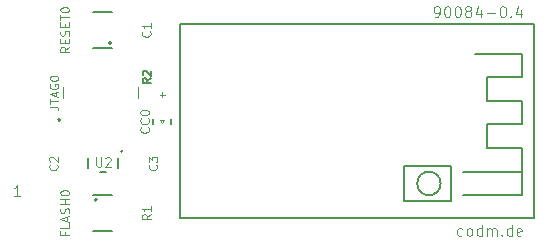
<source format=gbr>
G04 #@! TF.GenerationSoftware,KiCad,Pcbnew,9.0.1*
G04 #@! TF.CreationDate,2025-11-05T13:06:52+03:00*
G04 #@! TF.ProjectId,rpi-cc2652p-uart,7270692d-6363-4323-9635-32702d756172,rev?*
G04 #@! TF.SameCoordinates,Original*
G04 #@! TF.FileFunction,Legend,Top*
G04 #@! TF.FilePolarity,Positive*
%FSLAX46Y46*%
G04 Gerber Fmt 4.6, Leading zero omitted, Abs format (unit mm)*
G04 Created by KiCad (PCBNEW 9.0.1) date 2025-11-05 13:06:52*
%MOMM*%
%LPD*%
G01*
G04 APERTURE LIST*
%ADD10C,0.081280*%
%ADD11C,0.029911*%
%ADD12C,0.074778*%
%ADD13C,0.093472*%
%ADD14C,0.059822*%
%ADD15C,0.127500*%
%ADD16C,0.068000*%
%ADD17C,0.048768*%
%ADD18C,0.203200*%
%ADD19C,0.127000*%
%ADD20C,0.200000*%
%ADD21C,0.100000*%
G04 APERTURE END LIST*
D10*
X163280842Y-96181792D02*
X163458884Y-96181792D01*
X163458884Y-96181792D02*
X163547905Y-96137282D01*
X163547905Y-96137282D02*
X163592416Y-96092771D01*
X163592416Y-96092771D02*
X163681437Y-95959240D01*
X163681437Y-95959240D02*
X163725947Y-95781198D01*
X163725947Y-95781198D02*
X163725947Y-95425114D01*
X163725947Y-95425114D02*
X163681437Y-95336093D01*
X163681437Y-95336093D02*
X163636926Y-95291582D01*
X163636926Y-95291582D02*
X163547905Y-95247072D01*
X163547905Y-95247072D02*
X163369863Y-95247072D01*
X163369863Y-95247072D02*
X163280842Y-95291582D01*
X163280842Y-95291582D02*
X163236332Y-95336093D01*
X163236332Y-95336093D02*
X163191821Y-95425114D01*
X163191821Y-95425114D02*
X163191821Y-95647666D01*
X163191821Y-95647666D02*
X163236332Y-95736687D01*
X163236332Y-95736687D02*
X163280842Y-95781198D01*
X163280842Y-95781198D02*
X163369863Y-95825708D01*
X163369863Y-95825708D02*
X163547905Y-95825708D01*
X163547905Y-95825708D02*
X163636926Y-95781198D01*
X163636926Y-95781198D02*
X163681437Y-95736687D01*
X163681437Y-95736687D02*
X163725947Y-95647666D01*
X164304584Y-95247072D02*
X164393605Y-95247072D01*
X164393605Y-95247072D02*
X164482626Y-95291582D01*
X164482626Y-95291582D02*
X164527136Y-95336093D01*
X164527136Y-95336093D02*
X164571647Y-95425114D01*
X164571647Y-95425114D02*
X164616157Y-95603156D01*
X164616157Y-95603156D02*
X164616157Y-95825708D01*
X164616157Y-95825708D02*
X164571647Y-96003750D01*
X164571647Y-96003750D02*
X164527136Y-96092771D01*
X164527136Y-96092771D02*
X164482626Y-96137282D01*
X164482626Y-96137282D02*
X164393605Y-96181792D01*
X164393605Y-96181792D02*
X164304584Y-96181792D01*
X164304584Y-96181792D02*
X164215563Y-96137282D01*
X164215563Y-96137282D02*
X164171052Y-96092771D01*
X164171052Y-96092771D02*
X164126542Y-96003750D01*
X164126542Y-96003750D02*
X164082031Y-95825708D01*
X164082031Y-95825708D02*
X164082031Y-95603156D01*
X164082031Y-95603156D02*
X164126542Y-95425114D01*
X164126542Y-95425114D02*
X164171052Y-95336093D01*
X164171052Y-95336093D02*
X164215563Y-95291582D01*
X164215563Y-95291582D02*
X164304584Y-95247072D01*
X165194794Y-95247072D02*
X165283815Y-95247072D01*
X165283815Y-95247072D02*
X165372836Y-95291582D01*
X165372836Y-95291582D02*
X165417346Y-95336093D01*
X165417346Y-95336093D02*
X165461857Y-95425114D01*
X165461857Y-95425114D02*
X165506367Y-95603156D01*
X165506367Y-95603156D02*
X165506367Y-95825708D01*
X165506367Y-95825708D02*
X165461857Y-96003750D01*
X165461857Y-96003750D02*
X165417346Y-96092771D01*
X165417346Y-96092771D02*
X165372836Y-96137282D01*
X165372836Y-96137282D02*
X165283815Y-96181792D01*
X165283815Y-96181792D02*
X165194794Y-96181792D01*
X165194794Y-96181792D02*
X165105773Y-96137282D01*
X165105773Y-96137282D02*
X165061262Y-96092771D01*
X165061262Y-96092771D02*
X165016752Y-96003750D01*
X165016752Y-96003750D02*
X164972241Y-95825708D01*
X164972241Y-95825708D02*
X164972241Y-95603156D01*
X164972241Y-95603156D02*
X165016752Y-95425114D01*
X165016752Y-95425114D02*
X165061262Y-95336093D01*
X165061262Y-95336093D02*
X165105773Y-95291582D01*
X165105773Y-95291582D02*
X165194794Y-95247072D01*
X166040493Y-95647666D02*
X165951472Y-95603156D01*
X165951472Y-95603156D02*
X165906962Y-95558645D01*
X165906962Y-95558645D02*
X165862451Y-95469624D01*
X165862451Y-95469624D02*
X165862451Y-95425114D01*
X165862451Y-95425114D02*
X165906962Y-95336093D01*
X165906962Y-95336093D02*
X165951472Y-95291582D01*
X165951472Y-95291582D02*
X166040493Y-95247072D01*
X166040493Y-95247072D02*
X166218535Y-95247072D01*
X166218535Y-95247072D02*
X166307556Y-95291582D01*
X166307556Y-95291582D02*
X166352067Y-95336093D01*
X166352067Y-95336093D02*
X166396577Y-95425114D01*
X166396577Y-95425114D02*
X166396577Y-95469624D01*
X166396577Y-95469624D02*
X166352067Y-95558645D01*
X166352067Y-95558645D02*
X166307556Y-95603156D01*
X166307556Y-95603156D02*
X166218535Y-95647666D01*
X166218535Y-95647666D02*
X166040493Y-95647666D01*
X166040493Y-95647666D02*
X165951472Y-95692177D01*
X165951472Y-95692177D02*
X165906962Y-95736687D01*
X165906962Y-95736687D02*
X165862451Y-95825708D01*
X165862451Y-95825708D02*
X165862451Y-96003750D01*
X165862451Y-96003750D02*
X165906962Y-96092771D01*
X165906962Y-96092771D02*
X165951472Y-96137282D01*
X165951472Y-96137282D02*
X166040493Y-96181792D01*
X166040493Y-96181792D02*
X166218535Y-96181792D01*
X166218535Y-96181792D02*
X166307556Y-96137282D01*
X166307556Y-96137282D02*
X166352067Y-96092771D01*
X166352067Y-96092771D02*
X166396577Y-96003750D01*
X166396577Y-96003750D02*
X166396577Y-95825708D01*
X166396577Y-95825708D02*
X166352067Y-95736687D01*
X166352067Y-95736687D02*
X166307556Y-95692177D01*
X166307556Y-95692177D02*
X166218535Y-95647666D01*
X167197766Y-95558645D02*
X167197766Y-96181792D01*
X166975214Y-95202562D02*
X166752661Y-95870219D01*
X166752661Y-95870219D02*
X167331298Y-95870219D01*
X167687382Y-95825708D02*
X168399550Y-95825708D01*
X169022696Y-95247072D02*
X169111717Y-95247072D01*
X169111717Y-95247072D02*
X169200738Y-95291582D01*
X169200738Y-95291582D02*
X169245248Y-95336093D01*
X169245248Y-95336093D02*
X169289759Y-95425114D01*
X169289759Y-95425114D02*
X169334269Y-95603156D01*
X169334269Y-95603156D02*
X169334269Y-95825708D01*
X169334269Y-95825708D02*
X169289759Y-96003750D01*
X169289759Y-96003750D02*
X169245248Y-96092771D01*
X169245248Y-96092771D02*
X169200738Y-96137282D01*
X169200738Y-96137282D02*
X169111717Y-96181792D01*
X169111717Y-96181792D02*
X169022696Y-96181792D01*
X169022696Y-96181792D02*
X168933675Y-96137282D01*
X168933675Y-96137282D02*
X168889164Y-96092771D01*
X168889164Y-96092771D02*
X168844654Y-96003750D01*
X168844654Y-96003750D02*
X168800143Y-95825708D01*
X168800143Y-95825708D02*
X168800143Y-95603156D01*
X168800143Y-95603156D02*
X168844654Y-95425114D01*
X168844654Y-95425114D02*
X168889164Y-95336093D01*
X168889164Y-95336093D02*
X168933675Y-95291582D01*
X168933675Y-95291582D02*
X169022696Y-95247072D01*
X169734864Y-96092771D02*
X169779374Y-96137282D01*
X169779374Y-96137282D02*
X169734864Y-96181792D01*
X169734864Y-96181792D02*
X169690353Y-96137282D01*
X169690353Y-96137282D02*
X169734864Y-96092771D01*
X169734864Y-96092771D02*
X169734864Y-96181792D01*
X170580563Y-95558645D02*
X170580563Y-96181792D01*
X170358011Y-95202562D02*
X170135458Y-95870219D01*
X170135458Y-95870219D02*
X170714095Y-95870219D01*
X165639900Y-114637282D02*
X165550879Y-114681792D01*
X165550879Y-114681792D02*
X165372837Y-114681792D01*
X165372837Y-114681792D02*
X165283816Y-114637282D01*
X165283816Y-114637282D02*
X165239306Y-114592771D01*
X165239306Y-114592771D02*
X165194795Y-114503750D01*
X165194795Y-114503750D02*
X165194795Y-114236687D01*
X165194795Y-114236687D02*
X165239306Y-114147666D01*
X165239306Y-114147666D02*
X165283816Y-114103156D01*
X165283816Y-114103156D02*
X165372837Y-114058645D01*
X165372837Y-114058645D02*
X165550879Y-114058645D01*
X165550879Y-114058645D02*
X165639900Y-114103156D01*
X166174026Y-114681792D02*
X166085005Y-114637282D01*
X166085005Y-114637282D02*
X166040495Y-114592771D01*
X166040495Y-114592771D02*
X165995984Y-114503750D01*
X165995984Y-114503750D02*
X165995984Y-114236687D01*
X165995984Y-114236687D02*
X166040495Y-114147666D01*
X166040495Y-114147666D02*
X166085005Y-114103156D01*
X166085005Y-114103156D02*
X166174026Y-114058645D01*
X166174026Y-114058645D02*
X166307558Y-114058645D01*
X166307558Y-114058645D02*
X166396579Y-114103156D01*
X166396579Y-114103156D02*
X166441089Y-114147666D01*
X166441089Y-114147666D02*
X166485600Y-114236687D01*
X166485600Y-114236687D02*
X166485600Y-114503750D01*
X166485600Y-114503750D02*
X166441089Y-114592771D01*
X166441089Y-114592771D02*
X166396579Y-114637282D01*
X166396579Y-114637282D02*
X166307558Y-114681792D01*
X166307558Y-114681792D02*
X166174026Y-114681792D01*
X167286788Y-114681792D02*
X167286788Y-113747072D01*
X167286788Y-114637282D02*
X167197767Y-114681792D01*
X167197767Y-114681792D02*
X167019725Y-114681792D01*
X167019725Y-114681792D02*
X166930704Y-114637282D01*
X166930704Y-114637282D02*
X166886194Y-114592771D01*
X166886194Y-114592771D02*
X166841683Y-114503750D01*
X166841683Y-114503750D02*
X166841683Y-114236687D01*
X166841683Y-114236687D02*
X166886194Y-114147666D01*
X166886194Y-114147666D02*
X166930704Y-114103156D01*
X166930704Y-114103156D02*
X167019725Y-114058645D01*
X167019725Y-114058645D02*
X167197767Y-114058645D01*
X167197767Y-114058645D02*
X167286788Y-114103156D01*
X167731893Y-114681792D02*
X167731893Y-114058645D01*
X167731893Y-114147666D02*
X167776403Y-114103156D01*
X167776403Y-114103156D02*
X167865424Y-114058645D01*
X167865424Y-114058645D02*
X167998956Y-114058645D01*
X167998956Y-114058645D02*
X168087977Y-114103156D01*
X168087977Y-114103156D02*
X168132487Y-114192177D01*
X168132487Y-114192177D02*
X168132487Y-114681792D01*
X168132487Y-114192177D02*
X168176998Y-114103156D01*
X168176998Y-114103156D02*
X168266019Y-114058645D01*
X168266019Y-114058645D02*
X168399550Y-114058645D01*
X168399550Y-114058645D02*
X168488571Y-114103156D01*
X168488571Y-114103156D02*
X168533081Y-114192177D01*
X168533081Y-114192177D02*
X168533081Y-114681792D01*
X168978186Y-114592771D02*
X169022696Y-114637282D01*
X169022696Y-114637282D02*
X168978186Y-114681792D01*
X168978186Y-114681792D02*
X168933675Y-114637282D01*
X168933675Y-114637282D02*
X168978186Y-114592771D01*
X168978186Y-114592771D02*
X168978186Y-114681792D01*
X169823885Y-114681792D02*
X169823885Y-113747072D01*
X169823885Y-114637282D02*
X169734864Y-114681792D01*
X169734864Y-114681792D02*
X169556822Y-114681792D01*
X169556822Y-114681792D02*
X169467801Y-114637282D01*
X169467801Y-114637282D02*
X169423291Y-114592771D01*
X169423291Y-114592771D02*
X169378780Y-114503750D01*
X169378780Y-114503750D02*
X169378780Y-114236687D01*
X169378780Y-114236687D02*
X169423291Y-114147666D01*
X169423291Y-114147666D02*
X169467801Y-114103156D01*
X169467801Y-114103156D02*
X169556822Y-114058645D01*
X169556822Y-114058645D02*
X169734864Y-114058645D01*
X169734864Y-114058645D02*
X169823885Y-114103156D01*
X170625074Y-114637282D02*
X170536053Y-114681792D01*
X170536053Y-114681792D02*
X170358011Y-114681792D01*
X170358011Y-114681792D02*
X170268990Y-114637282D01*
X170268990Y-114637282D02*
X170224479Y-114548261D01*
X170224479Y-114548261D02*
X170224479Y-114192177D01*
X170224479Y-114192177D02*
X170268990Y-114103156D01*
X170268990Y-114103156D02*
X170358011Y-114058645D01*
X170358011Y-114058645D02*
X170536053Y-114058645D01*
X170536053Y-114058645D02*
X170625074Y-114103156D01*
X170625074Y-114103156D02*
X170669584Y-114192177D01*
X170669584Y-114192177D02*
X170669584Y-114281198D01*
X170669584Y-114281198D02*
X170224479Y-114370219D01*
X128166740Y-111334981D02*
X127632614Y-111334981D01*
X127899677Y-111334981D02*
X127899677Y-110400261D01*
X127899677Y-110400261D02*
X127810656Y-110533792D01*
X127810656Y-110533792D02*
X127721635Y-110622813D01*
X127721635Y-110622813D02*
X127632614Y-110667324D01*
D11*
X134630113Y-108046244D02*
X134630113Y-108680011D01*
X134630113Y-108680011D02*
X134667393Y-108754572D01*
X134667393Y-108754572D02*
X134704674Y-108791853D01*
X134704674Y-108791853D02*
X134779234Y-108829133D01*
X134779234Y-108829133D02*
X134928356Y-108829133D01*
X134928356Y-108829133D02*
X135002917Y-108791853D01*
X135002917Y-108791853D02*
X135040197Y-108754572D01*
X135040197Y-108754572D02*
X135077478Y-108680011D01*
X135077478Y-108680011D02*
X135077478Y-108046244D01*
X135413001Y-108120805D02*
X135450282Y-108083524D01*
X135450282Y-108083524D02*
X135524843Y-108046244D01*
X135524843Y-108046244D02*
X135711245Y-108046244D01*
X135711245Y-108046244D02*
X135785806Y-108083524D01*
X135785806Y-108083524D02*
X135823086Y-108120805D01*
X135823086Y-108120805D02*
X135860366Y-108195366D01*
X135860366Y-108195366D02*
X135860366Y-108269927D01*
X135860366Y-108269927D02*
X135823086Y-108381768D01*
X135823086Y-108381768D02*
X135375721Y-108829133D01*
X135375721Y-108829133D02*
X135860366Y-108829133D01*
D12*
X139169604Y-97376603D02*
X139204748Y-97411747D01*
X139204748Y-97411747D02*
X139239891Y-97517179D01*
X139239891Y-97517179D02*
X139239891Y-97587467D01*
X139239891Y-97587467D02*
X139204748Y-97692898D01*
X139204748Y-97692898D02*
X139134460Y-97763186D01*
X139134460Y-97763186D02*
X139064172Y-97798330D01*
X139064172Y-97798330D02*
X138923596Y-97833474D01*
X138923596Y-97833474D02*
X138818165Y-97833474D01*
X138818165Y-97833474D02*
X138677589Y-97798330D01*
X138677589Y-97798330D02*
X138607301Y-97763186D01*
X138607301Y-97763186D02*
X138537013Y-97692898D01*
X138537013Y-97692898D02*
X138501869Y-97587467D01*
X138501869Y-97587467D02*
X138501869Y-97517179D01*
X138501869Y-97517179D02*
X138537013Y-97411747D01*
X138537013Y-97411747D02*
X138572157Y-97376603D01*
X139239891Y-96673725D02*
X139239891Y-97095452D01*
X139239891Y-96884588D02*
X138501869Y-96884588D01*
X138501869Y-96884588D02*
X138607301Y-96954876D01*
X138607301Y-96954876D02*
X138677589Y-97025164D01*
X138677589Y-97025164D02*
X138712733Y-97095452D01*
D13*
X131304300Y-108673487D02*
X131338554Y-108707741D01*
X131338554Y-108707741D02*
X131372807Y-108810502D01*
X131372807Y-108810502D02*
X131372807Y-108879010D01*
X131372807Y-108879010D02*
X131338554Y-108981771D01*
X131338554Y-108981771D02*
X131270046Y-109050278D01*
X131270046Y-109050278D02*
X131201539Y-109084532D01*
X131201539Y-109084532D02*
X131064524Y-109118786D01*
X131064524Y-109118786D02*
X130961763Y-109118786D01*
X130961763Y-109118786D02*
X130824748Y-109084532D01*
X130824748Y-109084532D02*
X130756240Y-109050278D01*
X130756240Y-109050278D02*
X130687733Y-108981771D01*
X130687733Y-108981771D02*
X130653479Y-108879010D01*
X130653479Y-108879010D02*
X130653479Y-108810502D01*
X130653479Y-108810502D02*
X130687733Y-108707741D01*
X130687733Y-108707741D02*
X130721987Y-108673487D01*
X130721987Y-108399458D02*
X130687733Y-108365204D01*
X130687733Y-108365204D02*
X130653479Y-108296697D01*
X130653479Y-108296697D02*
X130653479Y-108125428D01*
X130653479Y-108125428D02*
X130687733Y-108056921D01*
X130687733Y-108056921D02*
X130721987Y-108022667D01*
X130721987Y-108022667D02*
X130790494Y-107988413D01*
X130790494Y-107988413D02*
X130859002Y-107988413D01*
X130859002Y-107988413D02*
X130961763Y-108022667D01*
X130961763Y-108022667D02*
X131372807Y-108433711D01*
X131372807Y-108433711D02*
X131372807Y-107988413D01*
D14*
X131951914Y-114385052D02*
X131951914Y-114636045D01*
X132346331Y-114636045D02*
X131593353Y-114636045D01*
X131593353Y-114636045D02*
X131593353Y-114277484D01*
X132346331Y-113632074D02*
X132346331Y-113990635D01*
X132346331Y-113990635D02*
X131593353Y-113990635D01*
X132131194Y-113416937D02*
X132131194Y-113058376D01*
X132346331Y-113488649D02*
X131593353Y-113237657D01*
X131593353Y-113237657D02*
X132346331Y-112986664D01*
X132310475Y-112771527D02*
X132346331Y-112663959D01*
X132346331Y-112663959D02*
X132346331Y-112484678D01*
X132346331Y-112484678D02*
X132310475Y-112412966D01*
X132310475Y-112412966D02*
X132274618Y-112377110D01*
X132274618Y-112377110D02*
X132202906Y-112341254D01*
X132202906Y-112341254D02*
X132131194Y-112341254D01*
X132131194Y-112341254D02*
X132059482Y-112377110D01*
X132059482Y-112377110D02*
X132023626Y-112412966D01*
X132023626Y-112412966D02*
X131987770Y-112484678D01*
X131987770Y-112484678D02*
X131951914Y-112628103D01*
X131951914Y-112628103D02*
X131916057Y-112699815D01*
X131916057Y-112699815D02*
X131880201Y-112735671D01*
X131880201Y-112735671D02*
X131808489Y-112771527D01*
X131808489Y-112771527D02*
X131736777Y-112771527D01*
X131736777Y-112771527D02*
X131665065Y-112735671D01*
X131665065Y-112735671D02*
X131629209Y-112699815D01*
X131629209Y-112699815D02*
X131593353Y-112628103D01*
X131593353Y-112628103D02*
X131593353Y-112448822D01*
X131593353Y-112448822D02*
X131629209Y-112341254D01*
X132346331Y-112018549D02*
X131593353Y-112018549D01*
X131951914Y-112018549D02*
X131951914Y-111588276D01*
X132346331Y-111588276D02*
X131593353Y-111588276D01*
X131593353Y-111086291D02*
X131593353Y-111014578D01*
X131593353Y-111014578D02*
X131629209Y-110942866D01*
X131629209Y-110942866D02*
X131665065Y-110907010D01*
X131665065Y-110907010D02*
X131736777Y-110871154D01*
X131736777Y-110871154D02*
X131880201Y-110835298D01*
X131880201Y-110835298D02*
X132059482Y-110835298D01*
X132059482Y-110835298D02*
X132202906Y-110871154D01*
X132202906Y-110871154D02*
X132274618Y-110907010D01*
X132274618Y-110907010D02*
X132310475Y-110942866D01*
X132310475Y-110942866D02*
X132346331Y-111014578D01*
X132346331Y-111014578D02*
X132346331Y-111086291D01*
X132346331Y-111086291D02*
X132310475Y-111158003D01*
X132310475Y-111158003D02*
X132274618Y-111193859D01*
X132274618Y-111193859D02*
X132202906Y-111229715D01*
X132202906Y-111229715D02*
X132059482Y-111265571D01*
X132059482Y-111265571D02*
X131880201Y-111265571D01*
X131880201Y-111265571D02*
X131736777Y-111229715D01*
X131736777Y-111229715D02*
X131665065Y-111193859D01*
X131665065Y-111193859D02*
X131629209Y-111158003D01*
X131629209Y-111158003D02*
X131593353Y-111086291D01*
D13*
X130709686Y-103747352D02*
X131223492Y-103747352D01*
X131223492Y-103747352D02*
X131326253Y-103781605D01*
X131326253Y-103781605D02*
X131394761Y-103850113D01*
X131394761Y-103850113D02*
X131429014Y-103952874D01*
X131429014Y-103952874D02*
X131429014Y-104021381D01*
X130709686Y-103507576D02*
X130709686Y-103096532D01*
X131429014Y-103302054D02*
X130709686Y-103302054D01*
X131223492Y-102891010D02*
X131223492Y-102548473D01*
X131429014Y-102959517D02*
X130709686Y-102719741D01*
X130709686Y-102719741D02*
X131429014Y-102479965D01*
X130743940Y-101863398D02*
X130709686Y-101931906D01*
X130709686Y-101931906D02*
X130709686Y-102034667D01*
X130709686Y-102034667D02*
X130743940Y-102137428D01*
X130743940Y-102137428D02*
X130812447Y-102205935D01*
X130812447Y-102205935D02*
X130880955Y-102240189D01*
X130880955Y-102240189D02*
X131017970Y-102274443D01*
X131017970Y-102274443D02*
X131120731Y-102274443D01*
X131120731Y-102274443D02*
X131257746Y-102240189D01*
X131257746Y-102240189D02*
X131326253Y-102205935D01*
X131326253Y-102205935D02*
X131394761Y-102137428D01*
X131394761Y-102137428D02*
X131429014Y-102034667D01*
X131429014Y-102034667D02*
X131429014Y-101966159D01*
X131429014Y-101966159D02*
X131394761Y-101863398D01*
X131394761Y-101863398D02*
X131360507Y-101829144D01*
X131360507Y-101829144D02*
X131120731Y-101829144D01*
X131120731Y-101829144D02*
X131120731Y-101966159D01*
X130709686Y-101383846D02*
X130709686Y-101315339D01*
X130709686Y-101315339D02*
X130743940Y-101246831D01*
X130743940Y-101246831D02*
X130778194Y-101212578D01*
X130778194Y-101212578D02*
X130846701Y-101178324D01*
X130846701Y-101178324D02*
X130983716Y-101144070D01*
X130983716Y-101144070D02*
X131154985Y-101144070D01*
X131154985Y-101144070D02*
X131291999Y-101178324D01*
X131291999Y-101178324D02*
X131360507Y-101212578D01*
X131360507Y-101212578D02*
X131394761Y-101246831D01*
X131394761Y-101246831D02*
X131429014Y-101315339D01*
X131429014Y-101315339D02*
X131429014Y-101383846D01*
X131429014Y-101383846D02*
X131394761Y-101452354D01*
X131394761Y-101452354D02*
X131360507Y-101486607D01*
X131360507Y-101486607D02*
X131291999Y-101520861D01*
X131291999Y-101520861D02*
X131154985Y-101555115D01*
X131154985Y-101555115D02*
X130983716Y-101555115D01*
X130983716Y-101555115D02*
X130846701Y-101520861D01*
X130846701Y-101520861D02*
X130778194Y-101486607D01*
X130778194Y-101486607D02*
X130743940Y-101452354D01*
X130743940Y-101452354D02*
X130709686Y-101383846D01*
D15*
X139256202Y-101367816D02*
X138929869Y-101596249D01*
X139256202Y-101759416D02*
X138570902Y-101759416D01*
X138570902Y-101759416D02*
X138570902Y-101498349D01*
X138570902Y-101498349D02*
X138603535Y-101433083D01*
X138603535Y-101433083D02*
X138636169Y-101400449D01*
X138636169Y-101400449D02*
X138701435Y-101367816D01*
X138701435Y-101367816D02*
X138799335Y-101367816D01*
X138799335Y-101367816D02*
X138864602Y-101400449D01*
X138864602Y-101400449D02*
X138897235Y-101433083D01*
X138897235Y-101433083D02*
X138929869Y-101498349D01*
X138929869Y-101498349D02*
X138929869Y-101759416D01*
X138636169Y-101106749D02*
X138603535Y-101074116D01*
X138603535Y-101074116D02*
X138570902Y-101008849D01*
X138570902Y-101008849D02*
X138570902Y-100845683D01*
X138570902Y-100845683D02*
X138603535Y-100780416D01*
X138603535Y-100780416D02*
X138636169Y-100747783D01*
X138636169Y-100747783D02*
X138701435Y-100715149D01*
X138701435Y-100715149D02*
X138766702Y-100715149D01*
X138766702Y-100715149D02*
X138864602Y-100747783D01*
X138864602Y-100747783D02*
X139256202Y-101139383D01*
X139256202Y-101139383D02*
X139256202Y-100715149D01*
D16*
X139252014Y-112877732D02*
X138897348Y-113125999D01*
X139252014Y-113303332D02*
X138507214Y-113303332D01*
X138507214Y-113303332D02*
X138507214Y-113019599D01*
X138507214Y-113019599D02*
X138542681Y-112948666D01*
X138542681Y-112948666D02*
X138578148Y-112913199D01*
X138578148Y-112913199D02*
X138649081Y-112877732D01*
X138649081Y-112877732D02*
X138755481Y-112877732D01*
X138755481Y-112877732D02*
X138826414Y-112913199D01*
X138826414Y-112913199D02*
X138861881Y-112948666D01*
X138861881Y-112948666D02*
X138897348Y-113019599D01*
X138897348Y-113019599D02*
X138897348Y-113303332D01*
X139252014Y-112168399D02*
X139252014Y-112593999D01*
X139252014Y-112381199D02*
X138507214Y-112381199D01*
X138507214Y-112381199D02*
X138613614Y-112452132D01*
X138613614Y-112452132D02*
X138684548Y-112523066D01*
X138684548Y-112523066D02*
X138720014Y-112593999D01*
D14*
X132346331Y-98705772D02*
X131987770Y-98956765D01*
X132346331Y-99136045D02*
X131593353Y-99136045D01*
X131593353Y-99136045D02*
X131593353Y-98849196D01*
X131593353Y-98849196D02*
X131629209Y-98777484D01*
X131629209Y-98777484D02*
X131665065Y-98741628D01*
X131665065Y-98741628D02*
X131736777Y-98705772D01*
X131736777Y-98705772D02*
X131844345Y-98705772D01*
X131844345Y-98705772D02*
X131916057Y-98741628D01*
X131916057Y-98741628D02*
X131951914Y-98777484D01*
X131951914Y-98777484D02*
X131987770Y-98849196D01*
X131987770Y-98849196D02*
X131987770Y-99136045D01*
X131951914Y-98383067D02*
X131951914Y-98132074D01*
X132346331Y-98024506D02*
X132346331Y-98383067D01*
X132346331Y-98383067D02*
X131593353Y-98383067D01*
X131593353Y-98383067D02*
X131593353Y-98024506D01*
X132310475Y-97737657D02*
X132346331Y-97630089D01*
X132346331Y-97630089D02*
X132346331Y-97450808D01*
X132346331Y-97450808D02*
X132310475Y-97379096D01*
X132310475Y-97379096D02*
X132274618Y-97343240D01*
X132274618Y-97343240D02*
X132202906Y-97307384D01*
X132202906Y-97307384D02*
X132131194Y-97307384D01*
X132131194Y-97307384D02*
X132059482Y-97343240D01*
X132059482Y-97343240D02*
X132023626Y-97379096D01*
X132023626Y-97379096D02*
X131987770Y-97450808D01*
X131987770Y-97450808D02*
X131951914Y-97594233D01*
X131951914Y-97594233D02*
X131916057Y-97665945D01*
X131916057Y-97665945D02*
X131880201Y-97701801D01*
X131880201Y-97701801D02*
X131808489Y-97737657D01*
X131808489Y-97737657D02*
X131736777Y-97737657D01*
X131736777Y-97737657D02*
X131665065Y-97701801D01*
X131665065Y-97701801D02*
X131629209Y-97665945D01*
X131629209Y-97665945D02*
X131593353Y-97594233D01*
X131593353Y-97594233D02*
X131593353Y-97414952D01*
X131593353Y-97414952D02*
X131629209Y-97307384D01*
X131951914Y-96984679D02*
X131951914Y-96733686D01*
X132346331Y-96626118D02*
X132346331Y-96984679D01*
X132346331Y-96984679D02*
X131593353Y-96984679D01*
X131593353Y-96984679D02*
X131593353Y-96626118D01*
X131593353Y-96410981D02*
X131593353Y-95980708D01*
X132346331Y-96195845D02*
X131593353Y-96195845D01*
X131593353Y-95586291D02*
X131593353Y-95514578D01*
X131593353Y-95514578D02*
X131629209Y-95442866D01*
X131629209Y-95442866D02*
X131665065Y-95407010D01*
X131665065Y-95407010D02*
X131736777Y-95371154D01*
X131736777Y-95371154D02*
X131880201Y-95335298D01*
X131880201Y-95335298D02*
X132059482Y-95335298D01*
X132059482Y-95335298D02*
X132202906Y-95371154D01*
X132202906Y-95371154D02*
X132274618Y-95407010D01*
X132274618Y-95407010D02*
X132310475Y-95442866D01*
X132310475Y-95442866D02*
X132346331Y-95514578D01*
X132346331Y-95514578D02*
X132346331Y-95586291D01*
X132346331Y-95586291D02*
X132310475Y-95658003D01*
X132310475Y-95658003D02*
X132274618Y-95693859D01*
X132274618Y-95693859D02*
X132202906Y-95729715D01*
X132202906Y-95729715D02*
X132059482Y-95765571D01*
X132059482Y-95765571D02*
X131880201Y-95765571D01*
X131880201Y-95765571D02*
X131736777Y-95729715D01*
X131736777Y-95729715D02*
X131665065Y-95693859D01*
X131665065Y-95693859D02*
X131629209Y-95658003D01*
X131629209Y-95658003D02*
X131593353Y-95586291D01*
X139034126Y-105505585D02*
X139069983Y-105541441D01*
X139069983Y-105541441D02*
X139105839Y-105649009D01*
X139105839Y-105649009D02*
X139105839Y-105720721D01*
X139105839Y-105720721D02*
X139069983Y-105828290D01*
X139069983Y-105828290D02*
X138998270Y-105900002D01*
X138998270Y-105900002D02*
X138926558Y-105935858D01*
X138926558Y-105935858D02*
X138783134Y-105971714D01*
X138783134Y-105971714D02*
X138675565Y-105971714D01*
X138675565Y-105971714D02*
X138532141Y-105935858D01*
X138532141Y-105935858D02*
X138460429Y-105900002D01*
X138460429Y-105900002D02*
X138388717Y-105828290D01*
X138388717Y-105828290D02*
X138352861Y-105720721D01*
X138352861Y-105720721D02*
X138352861Y-105649009D01*
X138352861Y-105649009D02*
X138388717Y-105541441D01*
X138388717Y-105541441D02*
X138424573Y-105505585D01*
X139034126Y-104752607D02*
X139069983Y-104788463D01*
X139069983Y-104788463D02*
X139105839Y-104896031D01*
X139105839Y-104896031D02*
X139105839Y-104967743D01*
X139105839Y-104967743D02*
X139069983Y-105075312D01*
X139069983Y-105075312D02*
X138998270Y-105147024D01*
X138998270Y-105147024D02*
X138926558Y-105182880D01*
X138926558Y-105182880D02*
X138783134Y-105218736D01*
X138783134Y-105218736D02*
X138675565Y-105218736D01*
X138675565Y-105218736D02*
X138532141Y-105182880D01*
X138532141Y-105182880D02*
X138460429Y-105147024D01*
X138460429Y-105147024D02*
X138388717Y-105075312D01*
X138388717Y-105075312D02*
X138352861Y-104967743D01*
X138352861Y-104967743D02*
X138352861Y-104896031D01*
X138352861Y-104896031D02*
X138388717Y-104788463D01*
X138388717Y-104788463D02*
X138424573Y-104752607D01*
X138352861Y-104286478D02*
X138352861Y-104214765D01*
X138352861Y-104214765D02*
X138388717Y-104143053D01*
X138388717Y-104143053D02*
X138424573Y-104107197D01*
X138424573Y-104107197D02*
X138496285Y-104071341D01*
X138496285Y-104071341D02*
X138639709Y-104035485D01*
X138639709Y-104035485D02*
X138818990Y-104035485D01*
X138818990Y-104035485D02*
X138962414Y-104071341D01*
X138962414Y-104071341D02*
X139034126Y-104107197D01*
X139034126Y-104107197D02*
X139069983Y-104143053D01*
X139069983Y-104143053D02*
X139105839Y-104214765D01*
X139105839Y-104214765D02*
X139105839Y-104286478D01*
X139105839Y-104286478D02*
X139069983Y-104358190D01*
X139069983Y-104358190D02*
X139034126Y-104394046D01*
X139034126Y-104394046D02*
X138962414Y-104429902D01*
X138962414Y-104429902D02*
X138818990Y-104465758D01*
X138818990Y-104465758D02*
X138639709Y-104465758D01*
X138639709Y-104465758D02*
X138496285Y-104429902D01*
X138496285Y-104429902D02*
X138424573Y-104394046D01*
X138424573Y-104394046D02*
X138388717Y-104358190D01*
X138388717Y-104358190D02*
X138352861Y-104286478D01*
D17*
X140216279Y-102937984D02*
X140216279Y-102510684D01*
X140429929Y-102724334D02*
X140002628Y-102724334D01*
D13*
X139716713Y-108673487D02*
X139750967Y-108707741D01*
X139750967Y-108707741D02*
X139785220Y-108810502D01*
X139785220Y-108810502D02*
X139785220Y-108879010D01*
X139785220Y-108879010D02*
X139750967Y-108981771D01*
X139750967Y-108981771D02*
X139682459Y-109050278D01*
X139682459Y-109050278D02*
X139613952Y-109084532D01*
X139613952Y-109084532D02*
X139476937Y-109118786D01*
X139476937Y-109118786D02*
X139374176Y-109118786D01*
X139374176Y-109118786D02*
X139237161Y-109084532D01*
X139237161Y-109084532D02*
X139168653Y-109050278D01*
X139168653Y-109050278D02*
X139100146Y-108981771D01*
X139100146Y-108981771D02*
X139065892Y-108879010D01*
X139065892Y-108879010D02*
X139065892Y-108810502D01*
X139065892Y-108810502D02*
X139100146Y-108707741D01*
X139100146Y-108707741D02*
X139134400Y-108673487D01*
X139065892Y-108433711D02*
X139065892Y-107988413D01*
X139065892Y-107988413D02*
X139339922Y-108228189D01*
X139339922Y-108228189D02*
X139339922Y-108125428D01*
X139339922Y-108125428D02*
X139374176Y-108056921D01*
X139374176Y-108056921D02*
X139408429Y-108022667D01*
X139408429Y-108022667D02*
X139476937Y-107988413D01*
X139476937Y-107988413D02*
X139648205Y-107988413D01*
X139648205Y-107988413D02*
X139716713Y-108022667D01*
X139716713Y-108022667D02*
X139750967Y-108056921D01*
X139750967Y-108056921D02*
X139785220Y-108125428D01*
X139785220Y-108125428D02*
X139785220Y-108330950D01*
X139785220Y-108330950D02*
X139750967Y-108399458D01*
X139750967Y-108399458D02*
X139716713Y-108433711D01*
D18*
X133931100Y-108983000D02*
X133931100Y-108124200D01*
X135469500Y-109262400D02*
X134932700Y-109262400D01*
X136471100Y-108124200D02*
X136471100Y-108983000D01*
D19*
X136864800Y-107537600D02*
G75*
G02*
X136737800Y-107537600I-63500J0D01*
G01*
X136737800Y-107537600D02*
G75*
G02*
X136864800Y-107537600I63500J0D01*
G01*
X141701100Y-96753600D02*
X171701100Y-96753600D01*
X141701100Y-113153600D02*
X141701100Y-96753600D01*
X160701100Y-108753600D02*
X160701100Y-111753600D01*
X160701100Y-111753600D02*
X164701100Y-111753600D01*
X164701100Y-108753600D02*
X160701100Y-108753600D01*
X164701100Y-111753600D02*
X164701100Y-108753600D01*
X166701100Y-99253600D02*
X170701100Y-99253600D01*
X167701100Y-101253600D02*
X167701100Y-103253600D01*
X167701100Y-103253600D02*
X170701100Y-103253600D01*
X167701100Y-105253600D02*
X167701100Y-107253600D01*
X167701100Y-107253600D02*
X170701100Y-107253600D01*
X170701100Y-99253600D02*
X170701100Y-101253600D01*
X170701100Y-101253600D02*
X167701100Y-101253600D01*
X170701100Y-103253600D02*
X170701100Y-105253600D01*
X170701100Y-105253600D02*
X167701100Y-105253600D01*
X170701100Y-107253600D02*
X170701100Y-109253600D01*
X170701100Y-109253600D02*
X165701100Y-109253600D01*
X170701100Y-109253600D02*
X170701100Y-111253600D01*
X170701100Y-111253600D02*
X165701100Y-111253600D01*
X171701100Y-96753600D02*
X171701100Y-113153600D01*
X171701100Y-113153600D02*
X141701100Y-113153600D01*
X163791046Y-110253600D02*
G75*
G02*
X161811154Y-110253600I-989946J0D01*
G01*
X161811154Y-110253600D02*
G75*
G02*
X163791046Y-110253600I989946J0D01*
G01*
D20*
X134401100Y-111203600D02*
X136001100Y-111203600D01*
X136001100Y-114303600D02*
X134401100Y-114303600D01*
X134701100Y-111653600D02*
G75*
G02*
X134501100Y-111653600I-100000J0D01*
G01*
X134501100Y-111653600D02*
G75*
G02*
X134701100Y-111653600I100000J0D01*
G01*
X131501100Y-104753600D02*
X131501100Y-104753600D01*
X131501100Y-104953600D02*
X131501100Y-104953600D01*
D21*
X131826100Y-102053600D02*
X131826100Y-103053600D01*
X138176100Y-102053600D02*
X138176100Y-103053600D01*
D20*
X131501100Y-104753600D02*
G75*
G02*
X131501100Y-104953600I0J-100000D01*
G01*
X131501100Y-104953600D02*
G75*
G02*
X131501100Y-104753600I0J100000D01*
G01*
X134401100Y-95703600D02*
X136001100Y-95703600D01*
X136001100Y-98803600D02*
X134401100Y-98803600D01*
X135901100Y-98353600D02*
G75*
G02*
X135701100Y-98353600I-100000J0D01*
G01*
X135701100Y-98353600D02*
G75*
G02*
X135901100Y-98353600I100000J0D01*
G01*
X139476100Y-105216600D02*
X139476100Y-104784600D01*
D21*
X140061100Y-104893600D02*
X140351100Y-104893600D01*
X140201100Y-105133600D02*
X140061100Y-104893600D01*
X140351100Y-104893600D02*
X140201100Y-105133600D01*
D20*
X140926100Y-105209600D02*
X140926100Y-104791600D01*
M02*

</source>
